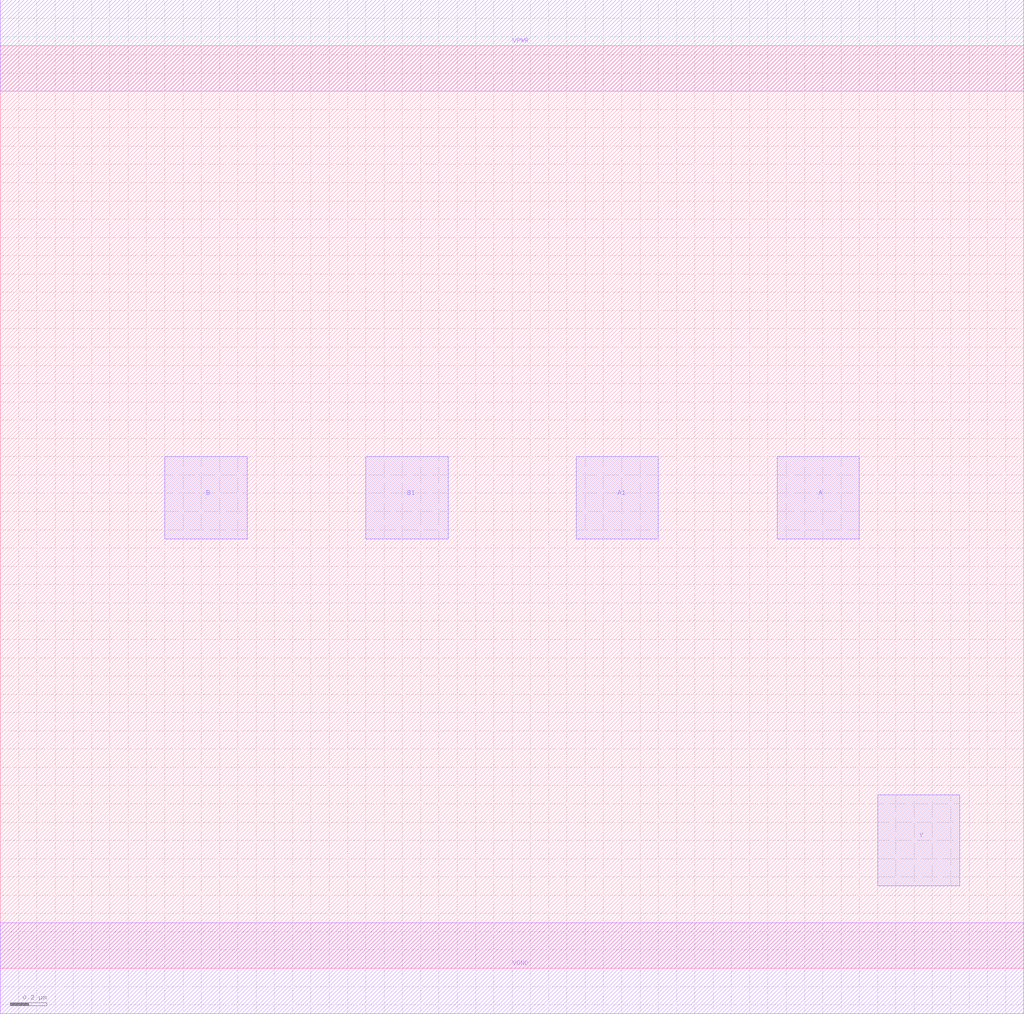
<source format=lef>
VERSION 5.7 ;
  NOWIREEXTENSIONATPIN ON ;
  DIVIDERCHAR "/" ;
  BUSBITCHARS "[]" ;
MACRO AAOI22
  CLASS CORE ;
  FOREIGN AAOI22 ;
  ORIGIN 0.000 0.000 ;
  SIZE 5.600 BY 5.050 ;
  SYMMETRY X Y R90 ;
  SITE unit ;
  PIN VPWR
    DIRECTION INOUT ;
    USE POWER ;
    SHAPE ABUTMENT ;
    PORT
      LAYER Metal1 ;
        RECT 0.000 4.800 5.600 5.300 ;
    END
  END VPWR
  PIN VGND
    DIRECTION INOUT ;
    USE GROUND ;
    SHAPE ABUTMENT ;
    PORT
      LAYER Metal1 ;
        RECT 0.000 -0.250 5.600 0.250 ;
    END
  END VGND
  PIN Y
    DIRECTION INOUT ;
    USE SIGNAL ;
    SHAPE ABUTMENT ;
    PORT
      LAYER Metal2 ;
        RECT 4.800 0.450 5.250 0.950 ;
    END
  END Y
  PIN A1
    DIRECTION INOUT ;
    USE SIGNAL ;
    SHAPE ABUTMENT ;
    PORT
      LAYER Metal2 ;
        RECT 3.150 2.350 3.600 2.800 ;
    END
  END A1
  PIN A
    DIRECTION INOUT ;
    USE SIGNAL ;
    SHAPE ABUTMENT ;
    PORT
      LAYER Metal2 ;
        RECT 4.250 2.350 4.700 2.800 ;
    END
  END A
  PIN B1
    DIRECTION INOUT ;
    USE SIGNAL ;
    SHAPE ABUTMENT ;
    PORT
      LAYER Metal2 ;
        RECT 2.000 2.350 2.450 2.800 ;
    END
  END B1
  PIN B
    DIRECTION INOUT ;
    USE SIGNAL ;
    SHAPE ABUTMENT ;
    PORT
      LAYER Metal2 ;
        RECT 0.900 2.350 1.350 2.800 ;
    END
  END B
END AAOI22
END LIBRARY


</source>
